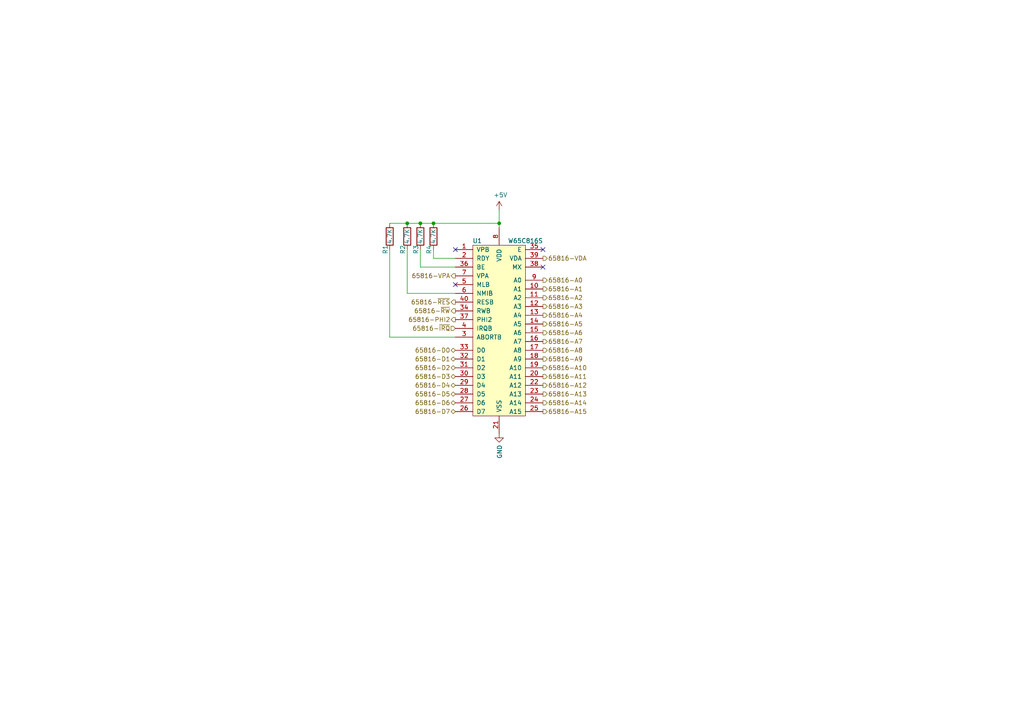
<source format=kicad_sch>
(kicad_sch (version 20211123) (generator eeschema)
  (paper "A4")
  (title_block (title "ROL") (date "2022-01-01") (rev "1.0"))
  (lib_symbols
    (symbol "Device:R" (pin_numbers hide) (pin_names (offset 0))
      (property "Reference" "R" (at 2.032 0 90))
      (property "Value" "R" (at 0 0 90))
      (symbol "R_0_1"
        (rectangle (start -1.016 -2.54) (end 1.016 2.54) (stroke (width 0.254)))
      )
      (symbol "R_1_1"
        (pin passive line (at 0 3.81 270) (length 1.27) (name "~") (number "1"))
        (pin passive line (at 0 -3.81 90) (length 1.27) (name "~") (number "2"))
      )
    )
    (symbol "power:+5V" (power) (pin_names (offset 0))
      (property "Value" "+5V" (at 0 3.556 0))
      (symbol "+5V_0_1"
        (polyline (pts (xy -0.762 1.27) (xy 0 2.54)))
        (polyline (pts (xy 0 0) (xy 0 2.54)))
        (polyline (pts (xy 0 2.54) (xy 0.762 1.27)))
      )
      (symbol "+5V_1_1"
        (pin power_in line (at 0 0 90) (length 0) hide (name "+5V") (number "1"))
      )
    )
    (symbol "power:GND" (power) (pin_names (offset 0))
      (property "Value" "GND" (at 0 -3.81 0))
      (symbol "GND_0_1"
        (polyline (pts (xy 0 0) (xy 0 -1.27) (xy 1.27 -1.27) (xy 0 -2.54) (xy -1.27 -1.27) (xy 0 -1.27)))
      )
      (symbol "GND_1_1"
        (pin power_in line (at 0 0 270) (length 0) hide (name "GND") (number "1"))
      )
    )
    (symbol "rol:W65C816S" (pin_names (offset 1.016))
      (property "Reference" "U" (at -6.35 26.67 0))
      (property "Value" "W65C816S" (at 6.35 26.67 0))
      (symbol "W65C816S_0_1"
        (rectangle (start -7.62 25.4) (end 7.62 -24.13) (fill (type background)))
      )
      (symbol "W65C816S_1_1"
        (pin output line (at -12.7 24.13 0) (length 5.08) (name "VPB") (number "1"))
        (pin output line (at 12.7 12.7 180) (length 5.08) (name "A1") (number "10"))
        (pin output line (at 12.7 10.16 180) (length 5.08) (name "A2") (number "11"))
        (pin output line (at 12.7 7.62 180) (length 5.08) (name "A3") (number "12"))
        (pin output line (at 12.7 5.08 180) (length 5.08) (name "A4") (number "13"))
        (pin output line (at 12.7 2.54 180) (length 5.08) (name "A5") (number "14"))
        (pin output line (at 12.7 0 180) (length 5.08) (name "A6") (number "15"))
        (pin output line (at 12.7 -2.54 180) (length 5.08) (name "A7") (number "16"))
        (pin output line (at 12.7 -5.08 180) (length 5.08) (name "A8") (number "17"))
        (pin output line (at 12.7 -7.62 180) (length 5.08) (name "A9") (number "18"))
        (pin output line (at 12.7 -10.16 180) (length 5.08) (name "A10") (number "19"))
        (pin bidirectional line (at -12.7 21.59 0) (length 5.08) (name "RDY") (number "2"))
        (pin output line (at 12.7 -12.7 180) (length 5.08) (name "A11") (number "20"))
        (pin power_in line (at 0 -29.21 90) (length 5.08) (name "VSS") (number "21"))
        (pin output line (at 12.7 -15.24 180) (length 5.08) (name "A12") (number "22"))
        (pin output line (at 12.7 -17.78 180) (length 5.08) (name "A13") (number "23"))
        (pin output line (at 12.7 -20.32 180) (length 5.08) (name "A14") (number "24"))
        (pin output line (at 12.7 -22.86 180) (length 5.08) (name "A15") (number "25"))
        (pin bidirectional line (at -12.7 -22.86 0) (length 5.08) (name "D7") (number "26"))
        (pin bidirectional line (at -12.7 -20.32 0) (length 5.08) (name "D6") (number "27"))
        (pin bidirectional line (at -12.7 -17.78 0) (length 5.08) (name "D5") (number "28"))
        (pin bidirectional line (at -12.7 -15.24 0) (length 5.08) (name "D4") (number "29"))
        (pin input line (at -12.7 -1.27 0) (length 5.08) (name "ABORTB") (number "3"))
        (pin bidirectional line (at -12.7 -12.7 0) (length 5.08) (name "D3") (number "30"))
        (pin bidirectional line (at -12.7 -10.16 0) (length 5.08) (name "D2") (number "31"))
        (pin bidirectional line (at -12.7 -7.62 0) (length 5.08) (name "D1") (number "32"))
        (pin bidirectional line (at -12.7 -5.08 0) (length 5.08) (name "D0") (number "33"))
        (pin output line (at -12.7 6.35 0) (length 5.08) (name "RWB") (number "34"))
        (pin output line (at 12.7 24.13 180) (length 5.08) (name "E") (number "35"))
        (pin input line (at -12.7 19.05 0) (length 5.08) (name "BE") (number "36"))
        (pin input line (at -12.7 3.81 0) (length 5.08) (name "PHI2") (number "37"))
        (pin output line (at 12.7 19.05 180) (length 5.08) (name "MX") (number "38"))
        (pin output line (at 12.7 21.59 180) (length 5.08) (name "VDA") (number "39"))
        (pin input line (at -12.7 1.27 0) (length 5.08) (name "IRQB") (number "4"))
        (pin input line (at -12.7 8.89 0) (length 5.08) (name "RESB") (number "40"))
        (pin output line (at -12.7 13.97 0) (length 5.08) (name "MLB") (number "5"))
        (pin input line (at -12.7 11.43 0) (length 5.08) (name "NMIB") (number "6"))
        (pin output line (at -12.7 16.51 0) (length 5.08) (name "VPA") (number "7"))
        (pin power_in line (at 0 30.48 270) (length 5.08) (name "VDD") (number "8"))
        (pin output line (at 12.7 15.24 180) (length 5.08) (name "A0") (number "9"))
      )
    )
  )
  (junction (at 121.92 64.77))
  (junction (at 144.78 64.77))
  (junction (at 125.73 64.77))
  (junction (at 118.11 64.77))
  (no_connect (at 157.48 77.47))
  (no_connect (at 157.48 72.39))
  (no_connect (at 132.08 82.55))
  (no_connect (at 132.08 72.39))
  (wire (pts (xy 121.92 77.47) (xy 121.92 72.39)))
  (wire (pts (xy 125.73 64.77) (xy 144.78 64.77)))
  (wire (pts (xy 144.78 64.77) (xy 144.78 66.04)))
  (wire (pts (xy 118.11 72.39) (xy 118.11 85.09)))
  (wire (pts (xy 121.92 64.77) (xy 125.73 64.77)))
  (wire (pts (xy 125.73 74.93) (xy 125.73 72.39)))
  (wire (pts (xy 144.78 60.96) (xy 144.78 64.77)))
  (wire (pts (xy 113.03 97.79) (xy 132.08 97.79)))
  (wire (pts (xy 132.08 74.93) (xy 125.73 74.93)))
  (wire (pts (xy 121.92 77.47) (xy 132.08 77.47)))
  (wire (pts (xy 113.03 72.39) (xy 113.03 97.79)))
  (wire (pts (xy 118.11 85.09) (xy 132.08 85.09)))
  (wire (pts (xy 113.03 64.77) (xy 118.11 64.77)))
  (wire (pts (xy 118.11 64.77) (xy 121.92 64.77)))
  (hierarchical_label "65816-A15" (shape output) (at 157.48 119.38 0))
  (hierarchical_label "65816-D3" (shape bidirectional) (at 132.08 109.22 180))
  (hierarchical_label "65816-A4" (shape output) (at 157.48 91.44 0))
  (hierarchical_label "65816-D2" (shape bidirectional) (at 132.08 106.68 180))
  (hierarchical_label "65816-A13" (shape output) (at 157.48 114.3 0))
  (hierarchical_label "65816-A5" (shape output) (at 157.48 93.98 0))
  (hierarchical_label "65816-A3" (shape output) (at 157.48 88.9 0))
  (hierarchical_label "65816-A0" (shape output) (at 157.48 81.28 0))
  (hierarchical_label "65816-A10" (shape output) (at 157.48 106.68 0))
  (hierarchical_label "65816-VPA" (shape output) (at 132.08 80.01 180))
  (hierarchical_label "65816-VDA" (shape output) (at 157.48 74.93 0))
  (hierarchical_label "65816-~{RES}" (shape output) (at 132.08 87.63 180))
  (hierarchical_label "65816-A6" (shape output) (at 157.48 96.52 0))
  (hierarchical_label "65816-A7" (shape output) (at 157.48 99.06 0))
  (hierarchical_label "65816-A2" (shape output) (at 157.48 86.36 0))
  (hierarchical_label "65816-A8" (shape output) (at 157.48 101.6 0))
  (hierarchical_label "65816-A14" (shape output) (at 157.48 116.84 0))
  (hierarchical_label "65816-A11" (shape output) (at 157.48 109.22 0))
  (hierarchical_label "65816-~{RW}" (shape output) (at 132.08 90.17 180))
  (hierarchical_label "65816-A1" (shape output) (at 157.48 83.82 0))
  (hierarchical_label "65816-D5" (shape bidirectional) (at 132.08 114.3 180))
  (hierarchical_label "65816-A12" (shape output) (at 157.48 111.76 0))
  (hierarchical_label "65816-D0" (shape bidirectional) (at 132.08 101.6 180))
  (hierarchical_label "65816-D6" (shape bidirectional) (at 132.08 116.84 180))
  (hierarchical_label "65816-A9" (shape output) (at 157.48 104.14 0))
  (hierarchical_label "65816-PHI2" (shape output) (at 132.08 92.71 180))
  (hierarchical_label "65816-D1" (shape bidirectional) (at 132.08 104.14 180))
  (hierarchical_label "65816-~{IRQ}" (shape input) (at 132.08 95.25 180))
  (hierarchical_label "65816-D4" (shape bidirectional) (at 132.08 111.76 180))
  (hierarchical_label "65816-D7" (shape bidirectional) (at 132.08 119.38 180))
  (symbol (lib_id "Device:R") (at 121.92 68.58 0) (unit 1)
    (property "Reference" "R3" (at 120.65 72.39 90))
    (property "Value" "4.7K" (at 121.92 68.58 90))
    (property "Footprint" "Resistor_THT:R_Axial_DIN0207_L6.3mm_D2.5mm_P7.62mm_Horizontal" (effects hide))
  )
  (symbol (lib_id "power:GND") (at 144.78 125.73 0)
    (property "Reference" "#PWR04" (effects hide))
    (property "Value" "GND" (at 144.907 128.9812 90) (effects (justify right)))
  )
  (symbol (lib_id "Device:R") (at 118.11 68.58 180) (unit 1)
    (property "Reference" "R2" (at 116.84 72.39 90))
    (property "Value" "4.7K" (at 118.11 68.58 90))
    (property "Footprint" "Resistor_THT:R_Axial_DIN0207_L6.3mm_D2.5mm_P7.62mm_Horizontal" (effects hide))
  )
  (symbol (lib_id "Device:R") (at 113.03 68.58 0) (unit 1)
    (property "Reference" "R1" (at 111.76 72.39 90))
    (property "Value" "4.7K" (at 113.03 68.58 90))
    (property "Footprint" "Resistor_THT:R_Axial_DIN0207_L6.3mm_D2.5mm_P7.62mm_Horizontal" (effects hide))
  )
  (symbol (lib_id "power:+5V") (at 144.78 60.96 0)
    (property "Reference" "#PWR03" (effects hide))
    (property "Value" "+5V" (at 145.161 56.5658 0))
  )
  (symbol (lib_id "rol:W65C816S") (at 144.78 96.52 0) (unit 1)
    (property "Reference" "U1" (at 138.43 69.85 0))
    (property "Value" "W65C816S" (at 152.4 69.85 0))
  )
  (symbol (lib_id "Device:R") (at 125.73 68.58 0) (unit 1)
    (property "Reference" "R4" (at 124.46 72.39 90))
    (property "Value" "4.7K" (at 125.73 68.58 90))
    (property "Footprint" "Resistor_THT:R_Axial_DIN0207_L6.3mm_D2.5mm_P7.62mm_Horizontal" (effects hide))
  )
)
</source>
